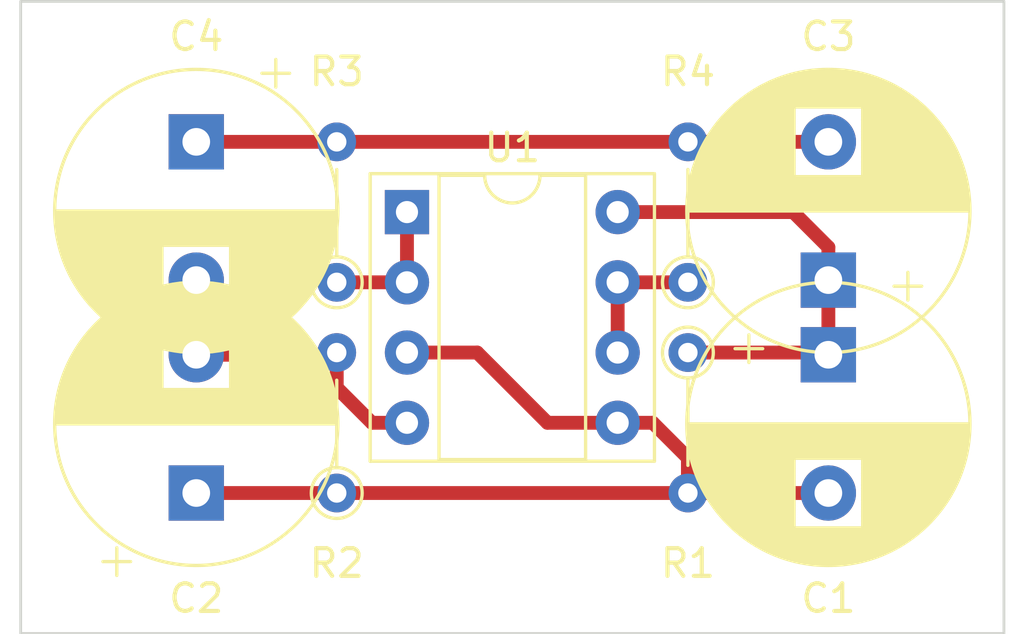
<source format=kicad_pcb>
(kicad_pcb (version 20221018) (generator pcbnew)
  (layers (0 "F.Cu" signal) (31 "B.Cu" signal) (34 "B.Paste" user) (35 "F.Paste" user) (36 "B.SilkS" user "B.Silkscreen") (37 "F.SilkS" user "F.Silkscreen") (38 "B.Mask" user) (39 "F.Mask" user) (44 "Edge.Cuts" user))
  (net 0 "")
  (net 1 "Net-(U1C-V+)")
  (net 2 "Net-(U1A-+)")
  (net 3 "Net-(U1C-V-)")
  (net 4 "Net-(C3-Pad2)")
  (net 5 "Net-(U1A--)")
  (net 6 "Net-(U1B--)")
  (footprint "Capacitor_THT:CP_Radial_D10.0mm_P5.00mm" (layer "F.Cu") (at 185.42 106.6 90)
    (fp_text reference "C3" (at 8.81 0 180) (layer "F.SilkS"))
    (fp_text value "100u")
    (pad "1" thru_hole rect (at 0 0 90) (size 2 2) (drill 1) (layers "*.Cu" "*.Mask") (net 1 "Net-(U1C-V+)"))
    (pad "2" thru_hole circle (at 5 0 90) (size 2 2) (drill 1) (layers "*.Cu" "*.Mask") (net 4 "Net-(C3-Pad2)"))
  )
  (footprint "Resistor_THT:R_Axial_DIN0204_L3.6mm_D1.6mm_P5.08mm_Vertical" (layer "F.Cu") (at 180.34 109.22 -90)
    (fp_text reference "R1" (at 7.62 0 -180) (layer "F.SilkS"))
    (fp_text value "10k")
    (pad "1" thru_hole circle (at 0 0 270) (size 1.4 1.4) (drill 0.7) (layers "*.Cu" "*.Mask") (net 1 "Net-(U1C-V+)"))
    (pad "2" thru_hole oval (at 5.08 0 270) (size 1.4 1.4) (drill 0.7) (layers "*.Cu" "*.Mask") (net 2 "Net-(U1A-+)"))
  )
  (footprint "Package_DIP:DIP-8_W7.62mm_Socket" (layer "F.Cu") (at 170.18 104.14)
    (fp_text reference "U1" (at 3.81 -2.33) (layer "F.SilkS"))
    (fp_text value "Opamp_Dual")
    (pad "1" thru_hole rect (at 0 0) (size 1.6 1.6) (drill 0.8) (layers "*.Cu" "*.Mask") (net 5 "Net-(U1A--)"))
    (pad "2" thru_hole oval (at 0 2.54) (size 1.6 1.6) (drill 0.8) (layers "*.Cu" "*.Mask") (net 5 "Net-(U1A--)"))
    (pad "3" thru_hole oval (at 0 5.08) (size 1.6 1.6) (drill 0.8) (layers "*.Cu" "*.Mask") (net 2 "Net-(U1A-+)"))
    (pad "4" thru_hole oval (at 0 7.62) (size 1.6 1.6) (drill 0.8) (layers "*.Cu" "*.Mask") (net 3 "Net-(U1C-V-)"))
    (pad "5" thru_hole oval (at 7.62 7.62) (size 1.6 1.6) (drill 0.8) (layers "*.Cu" "*.Mask") (net 2 "Net-(U1A-+)"))
    (pad "6" thru_hole oval (at 7.62 5.08) (size 1.6 1.6) (drill 0.8) (layers "*.Cu" "*.Mask") (net 6 "Net-(U1B--)"))
    (pad "7" thru_hole oval (at 7.62 2.54) (size 1.6 1.6) (drill 0.8) (layers "*.Cu" "*.Mask") (net 6 "Net-(U1B--)"))
    (pad "8" thru_hole oval (at 7.62 0) (size 1.6 1.6) (drill 0.8) (layers "*.Cu" "*.Mask") (net 1 "Net-(U1C-V+)"))
  )
  (footprint "Resistor_THT:R_Axial_DIN0204_L3.6mm_D1.6mm_P5.08mm_Vertical" (layer "F.Cu") (at 167.64 114.3 90)
    (fp_text reference "R2" (at -2.54 0 180) (layer "F.SilkS"))
    (fp_text value "10k")
    (pad "1" thru_hole circle (at 0 0 90) (size 1.4 1.4) (drill 0.7) (layers "*.Cu" "*.Mask") (net 2 "Net-(U1A-+)"))
    (pad "2" thru_hole oval (at 5.08 0 90) (size 1.4 1.4) (drill 0.7) (layers "*.Cu" "*.Mask") (net 3 "Net-(U1C-V-)"))
  )
  (footprint "Capacitor_THT:CP_Radial_D10.0mm_P5.00mm" (layer "F.Cu") (at 185.42 109.3 -90)
    (fp_text reference "C1" (at 8.81 0 -180) (layer "F.SilkS"))
    (fp_text value "100u")
    (pad "1" thru_hole rect (at 0 0 270) (size 2 2) (drill 1) (layers "*.Cu" "*.Mask") (net 1 "Net-(U1C-V+)"))
    (pad "2" thru_hole circle (at 5 0 270) (size 2 2) (drill 1) (layers "*.Cu" "*.Mask") (net 2 "Net-(U1A-+)"))
  )
  (footprint "Resistor_THT:R_Axial_DIN0204_L3.6mm_D1.6mm_P5.08mm_Vertical" (layer "F.Cu") (at 180.34 106.68 90)
    (fp_text reference "R4" (at 7.62 0 180) (layer "F.SilkS"))
    (fp_text value "10R")
    (pad "1" thru_hole circle (at 0 0 90) (size 1.4 1.4) (drill 0.7) (layers "*.Cu" "*.Mask") (net 6 "Net-(U1B--)"))
    (pad "2" thru_hole oval (at 5.08 0 90) (size 1.4 1.4) (drill 0.7) (layers "*.Cu" "*.Mask") (net 4 "Net-(C3-Pad2)"))
  )
  (footprint "Resistor_THT:R_Axial_DIN0204_L3.6mm_D1.6mm_P5.08mm_Vertical" (layer "F.Cu") (at 167.64 106.68 90)
    (fp_text reference "R3" (at 7.62 0 180) (layer "F.SilkS"))
    (fp_text value "10R")
    (pad "1" thru_hole circle (at 0 0 90) (size 1.4 1.4) (drill 0.7) (layers "*.Cu" "*.Mask") (net 5 "Net-(U1A--)"))
    (pad "2" thru_hole oval (at 5.08 0 90) (size 1.4 1.4) (drill 0.7) (layers "*.Cu" "*.Mask") (net 4 "Net-(C3-Pad2)"))
  )
  (footprint "Capacitor_THT:CP_Radial_D10.0mm_P5.00mm" (layer "F.Cu") (at 162.56 101.6 -90)
    (fp_text reference "C4" (at -3.81 0 -180) (layer "F.SilkS"))
    (fp_text value "100u")
    (pad "1" thru_hole rect (at 0 0 270) (size 2 2) (drill 1) (layers "*.Cu" "*.Mask") (net 4 "Net-(C3-Pad2)"))
    (pad "2" thru_hole circle (at 5 0 270) (size 2 2) (drill 1) (layers "*.Cu" "*.Mask") (net 3 "Net-(U1C-V-)"))
  )
  (footprint "Capacitor_THT:CP_Radial_D10.0mm_P5.00mm" (layer "F.Cu") (at 162.56 114.3 90)
    (fp_text reference "C2" (at -3.81 0 180) (layer "F.SilkS"))
    (fp_text value "100u")
    (pad "1" thru_hole rect (at 0 0 90) (size 2 2) (drill 1) (layers "*.Cu" "*.Mask") (net 2 "Net-(U1A-+)"))
    (pad "2" thru_hole circle (at 5 0 90) (size 2 2) (drill 1) (layers "*.Cu" "*.Mask") (net 3 "Net-(U1C-V-)"))
  )
  (gr_rect (start 156.21 96.52) (end 191.77 119.38) (stroke (width 0.1)) (fill none) (layer "Edge.Cuts"))
  (segment (start 184.15 104.14) (end 185.42 105.41) (width 0.5) (layer "F.Cu") (net 1))
  (segment (start 185.42 105.41) (end 185.42 106.6) (width 0.5) (layer "F.Cu") (net 1))
  (segment (start 185.42 106.6) (end 185.42 109.3) (width 0.5) (layer "F.Cu") (net 1))
  (segment (start 177.8 104.14) (end 184.15 104.14) (width 0.5) (layer "F.Cu") (net 1))
  (segment (start 180.34 109.22) (end 185.34 109.22) (width 0.5) (layer "F.Cu") (net 1))
  (segment (start 185.34 109.22) (end 185.42 109.3) (width 0.5) (layer "F.Cu") (net 1))
  (segment (start 162.56 114.3) (end 167.64 114.3) (width 0.5) (layer "F.Cu") (net 2))
  (segment (start 170.18 109.22) (end 172.72 109.22) (width 0.5) (layer "F.Cu") (net 2))
  (segment (start 180.34 113.03) (end 180.34 114.3) (width 0.5) (layer "F.Cu") (net 2))
  (segment (start 177.8 111.76) (end 179.07 111.76) (width 0.5) (layer "F.Cu") (net 2))
  (segment (start 179.07 111.76) (end 180.34 113.03) (width 0.5) (layer "F.Cu") (net 2))
  (segment (start 172.72 109.22) (end 175.26 111.76) (width 0.5) (layer "F.Cu") (net 2))
  (segment (start 180.34 114.3) (end 185.42 114.3) (width 0.5) (layer "F.Cu") (net 2))
  (segment (start 175.26 111.76) (end 177.8 111.76) (width 0.5) (layer "F.Cu") (net 2))
  (segment (start 167.64 114.3) (end 180.34 114.3) (width 0.5) (layer "F.Cu") (net 2))
  (segment (start 162.56 106.6) (end 162.56 109.3) (width 0.5) (layer "F.Cu") (net 3))
  (segment (start 162.56 109.3) (end 167.56 109.3) (width 0.5) (layer "F.Cu") (net 3))
  (segment (start 167.64 110.49) (end 167.64 109.22) (width 0.5) (layer "F.Cu") (net 3))
  (segment (start 170.18 111.76) (end 168.91 111.76) (width 0.5) (layer "F.Cu") (net 3))
  (segment (start 167.56 109.3) (end 167.64 109.22) (width 0.5) (layer "F.Cu") (net 3))
  (segment (start 168.91 111.76) (end 167.64 110.49) (width 0.5) (layer "F.Cu") (net 3))
  (segment (start 167.64 101.6) (end 162.56 101.6) (width 0.5) (layer "F.Cu") (net 4))
  (segment (start 180.34 101.6) (end 167.64 101.6) (width 0.5) (layer "F.Cu") (net 4))
  (segment (start 185.42 101.6) (end 180.34 101.6) (width 0.5) (layer "F.Cu") (net 4))
  (segment (start 167.64 106.68) (end 170.18 106.68) (width 0.5) (layer "F.Cu") (net 5))
  (segment (start 170.18 104.14) (end 170.18 106.68) (width 0.5) (layer "F.Cu") (net 5))
  (segment (start 177.8 109.22) (end 177.8 106.68) (width 0.5) (layer "F.Cu") (net 6))
  (segment (start 180.34 106.68) (end 177.8 106.68) (width 0.5) (layer "F.Cu") (net 6))
)
</source>
